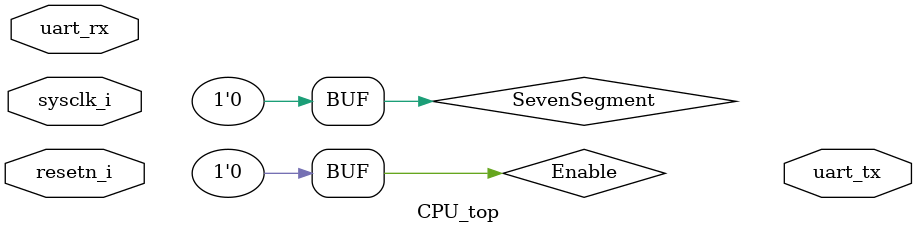
<source format=v>
`timescale 1ns / 1ps

module CPU_top
(
    input           sysclk_i,
    input           resetn_i,

    // uart
    input           uart_rx,
    output          uart_tx
);

wire        sys_clk;
wire        cp0_clk;
reg         rst;
reg  [5 :0] sync_rst_sr;

wire       data_mem_wr_en;
wire [7:0] data_mem_wr_addr;
wire [7:0] data_mem_wr_data;

assign SevenSegment = 8'b0;
assign Enable       = 4'b0;


clk_wiz_0 cpu_clock_gen(
    .clk_in1  (sysclk_i),
    .clk_out1 (cp0_clk)
);



// CPU
CPU 
CPU_core(
    .clk              (cp0_clk),
    .rst_n            (~rst),
    .data_mem_wr_en   (data_mem_wr_en),
    .data_mem_wr_addr (data_mem_wr_addr),
    .data_mem_wr_data (data_mem_wr_data)
);

// ====================================================================



// Modify the parameter inside uart_tx module for different clock configurations.
//uart_tx
//uart_tx_inst(
//    .i_Clock     (cp0_clk),
//    .i_Tx_DV     (data_mem_wr_en & (data_mem_wr_addr == 8'b0)),
//    .i_Tx_Byte   (data_mem_wr_data),
//    .o_Tx_Active (),
//    .o_Tx_Serial (uart_tx)
//);

uart_tx
uart_tx_inst(
    .clk       (cp0_clk),
    .rst       (rst),
    .wr_valid  (data_mem_wr_en & (data_mem_wr_addr == 8'b0)),
    .byte_in   (data_mem_wr_data),
    .wr_ready  (),
    .tx_serial (UART_TX)
);




always @(posedge cp0_clk) begin
    if (!resetn_i) begin
        sync_rst_sr <= 6'b111_111;
    end
    else begin
        sync_rst_sr <= {sync_rst_sr[4:0], 1'b0};
    end
end

always @(posedge cp0_clk) begin
    rst <= sync_rst_sr[5];
end




endmodule
</source>
